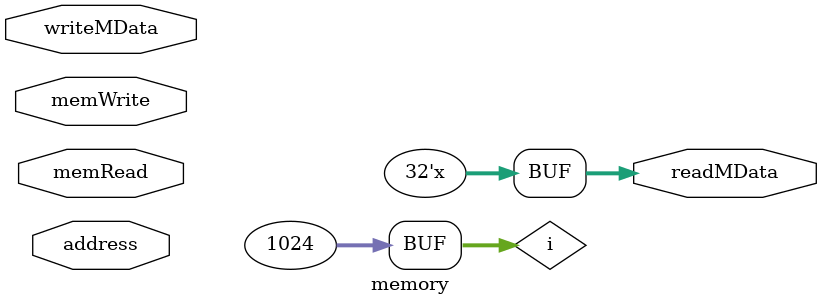
<source format=v>
module memory (memRead, memWrite, address, writeMData, readMData);

input [31:0] address;
input [31:0] writeMData;
input memRead;
input memWrite;
reg [31:0] data;

output reg [31:0] readMData;

//you should use this initialization to build your data memory, this part is not complete


	
	///  Intitialization for the memory 
	
	reg [7:0] mem [1023:0]; // building a 1k memory //
	integer i;
	
	initial
		begin
			for(i = 0; i <1024; i = i + 1)
				begin
					mem[i] <=  0;
					if((i+1)%4 == 0)
	  				mem[i] <= i+1;
	// mem[3] 	= 4
	// mem[7] 	= 8
	// mem[11] 	= 12
	// mem[15] 	= 16
	// mem[19] 	= 20
	// mem[23] 	= 24
	// mem[27] 	= 28
	// mem[31] 	= 32	
				end
			
		end
	

	always @ (*) begin
   	 if (memWrite==1) begin
		mem[address]   <= writeMData[31:24];
		mem[address+1] <= writeMData[23:16];
		mem[address+2] <= writeMData[15:8];
		mem[address+3] <= writeMData[7:0];
		end
	 else if(memRead==1)
	data <= {mem[address],mem[address+1],mem[address+2],mem[address+3]};
		readMData <= data;
  end 
	
endmodule


</source>
